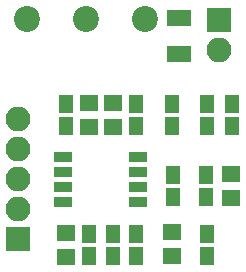
<source format=gts>
G04 #@! TF.FileFunction,Soldermask,Top*
%FSLAX46Y46*%
G04 Gerber Fmt 4.6, Leading zero omitted, Abs format (unit mm)*
G04 Created by KiCad (PCBNEW 4.0.4-1.fc24-product) date Tue Jun 12 10:10:09 2018*
%MOMM*%
%LPD*%
G01*
G04 APERTURE LIST*
%ADD10C,0.100000*%
%ADD11R,2.100000X2.100000*%
%ADD12O,2.100000X2.100000*%
%ADD13R,2.000000X1.400000*%
%ADD14C,2.200000*%
%ADD15R,1.650000X1.400000*%
%ADD16R,1.150000X1.600000*%
%ADD17R,1.543000X0.908000*%
G04 APERTURE END LIST*
D10*
D11*
X165000000Y-90000000D03*
D12*
X165000000Y-92540000D03*
D11*
X148000000Y-108500000D03*
D12*
X148000000Y-105960000D03*
X148000000Y-103420000D03*
X148000000Y-100880000D03*
X148000000Y-98340000D03*
D13*
X161600000Y-92800000D03*
X161600000Y-89800000D03*
D14*
X158700000Y-89900000D03*
X153700000Y-89900000D03*
X148700000Y-89900000D03*
D15*
X152000000Y-108000000D03*
X152000000Y-110000000D03*
D16*
X158000000Y-108050000D03*
X158000000Y-109950000D03*
X163900000Y-104950000D03*
X163900000Y-103050000D03*
X161100000Y-104950000D03*
X161100000Y-103050000D03*
X154000000Y-109950000D03*
X154000000Y-108050000D03*
X156000000Y-108050000D03*
X156000000Y-109950000D03*
X152000000Y-98950000D03*
X152000000Y-97050000D03*
X164000000Y-108050000D03*
X164000000Y-109950000D03*
X161000000Y-97050000D03*
X161000000Y-98950000D03*
X164000000Y-97050000D03*
X164000000Y-98950000D03*
X166100000Y-97050000D03*
X166100000Y-98950000D03*
X158000000Y-98950000D03*
X158000000Y-97050000D03*
D17*
X158175000Y-101595000D03*
X158175000Y-102865000D03*
X158175000Y-104135000D03*
X158175000Y-105405000D03*
X151825000Y-105405000D03*
X151825000Y-104135000D03*
X151825000Y-102865000D03*
X151825000Y-101595000D03*
D15*
X166000000Y-103000000D03*
X166000000Y-105000000D03*
X156000000Y-99000000D03*
X156000000Y-97000000D03*
X154000000Y-99000000D03*
X154000000Y-97000000D03*
X161000000Y-109950000D03*
X161000000Y-107950000D03*
M02*

</source>
